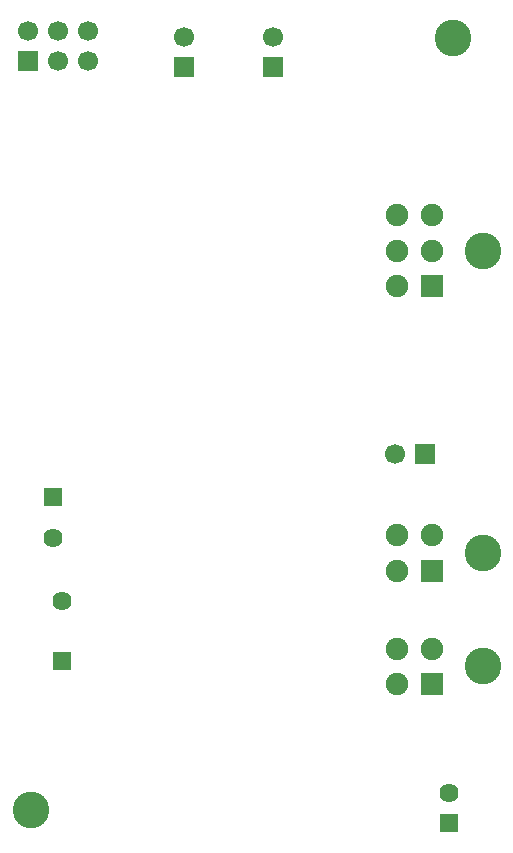
<source format=gbs>
G04*
G04 #@! TF.GenerationSoftware,Altium Limited,Altium Designer,18.0.9 (584)*
G04*
G04 Layer_Color=16711935*
%FSLAX24Y24*%
%MOIN*%
G70*
G01*
G75*
%ADD64C,0.0669*%
%ADD65R,0.0669X0.0669*%
%ADD66R,0.0669X0.0669*%
%ADD67C,0.0639*%
%ADD68R,0.0639X0.0639*%
%ADD69C,0.0748*%
%ADD70R,0.0748X0.0748*%
%ADD71C,0.1220*%
D64*
X28474Y42348D02*
D03*
X25502Y42343D02*
D03*
X22323Y42549D02*
D03*
Y41549D02*
D03*
X21323Y42549D02*
D03*
X20323D02*
D03*
X21323Y41549D02*
D03*
X32530Y28455D02*
D03*
D65*
X28474Y41348D02*
D03*
X25502Y41343D02*
D03*
D66*
X20323Y41549D02*
D03*
X33530Y28455D02*
D03*
D67*
X21457Y23545D02*
D03*
X21132Y25650D02*
D03*
X34331Y17152D02*
D03*
D68*
X21457Y21545D02*
D03*
X21132Y27028D02*
D03*
X34331Y16152D02*
D03*
D69*
X33780Y21969D02*
D03*
X32598D02*
D03*
Y20787D02*
D03*
X33780Y25748D02*
D03*
X32598D02*
D03*
Y24567D02*
D03*
X33780Y35236D02*
D03*
X32598Y34055D02*
D03*
Y35236D02*
D03*
X33780Y36417D02*
D03*
X32598D02*
D03*
D70*
X33780Y20787D02*
D03*
Y24567D02*
D03*
Y34055D02*
D03*
D71*
X35480Y21378D02*
D03*
Y25157D02*
D03*
X35472Y35236D02*
D03*
X20394Y16575D02*
D03*
X34488Y42323D02*
D03*
M02*

</source>
